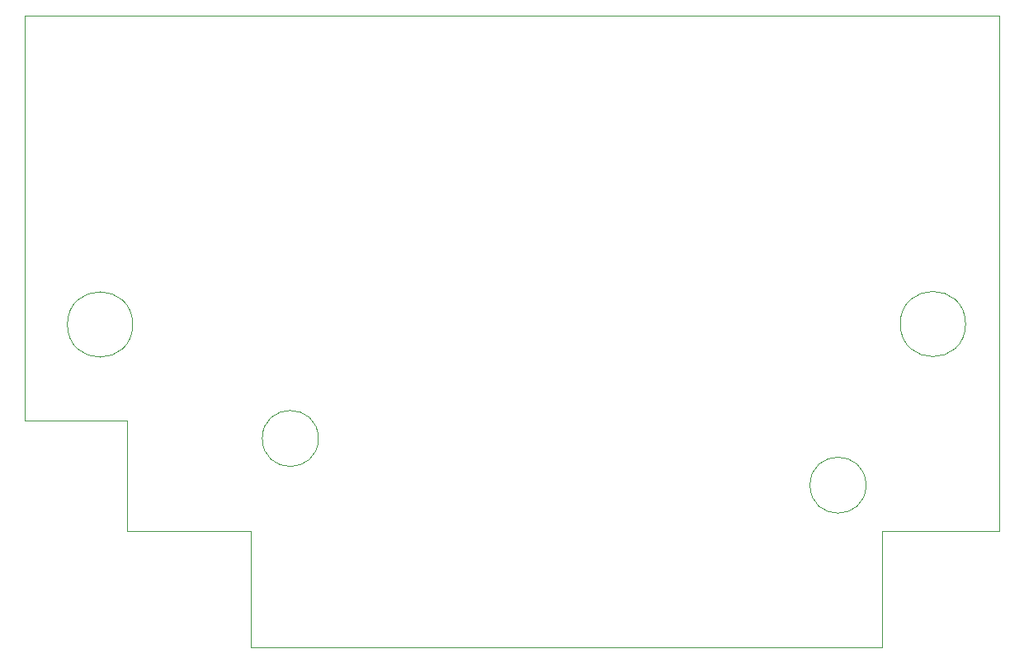
<source format=gbr>
%TF.GenerationSoftware,KiCad,Pcbnew,(6.0.5)*%
%TF.CreationDate,2022-11-15T14:41:10-03:00*%
%TF.ProjectId,obsonet_1,6f62736f-6e65-4745-9f31-2e6b69636164,rev?*%
%TF.SameCoordinates,Original*%
%TF.FileFunction,Profile,NP*%
%FSLAX46Y46*%
G04 Gerber Fmt 4.6, Leading zero omitted, Abs format (unit mm)*
G04 Created by KiCad (PCBNEW (6.0.5)) date 2022-11-15 14:41:10*
%MOMM*%
%LPD*%
G01*
G04 APERTURE LIST*
%TA.AperFunction,Profile*%
%ADD10C,0.050000*%
%TD*%
G04 APERTURE END LIST*
D10*
%TO.C,CON1*%
X185801100Y-124665600D02*
X185801100Y-136575600D01*
X197821100Y-124665600D02*
X185801100Y-124665600D01*
X108321100Y-113314600D02*
X97815500Y-113314600D01*
X185801100Y-136575600D02*
X121031100Y-136575600D01*
X97815500Y-113314600D02*
X97811100Y-71795600D01*
X121031100Y-136575600D02*
X121021100Y-124665600D01*
X197821100Y-71795600D02*
X197821100Y-124665600D01*
X121021100Y-124665600D02*
X108321100Y-124665600D01*
X108321100Y-124665600D02*
X108321100Y-113314600D01*
X97811100Y-71795600D02*
X197821100Y-71795600D01*
X184143816Y-119965600D02*
G75*
G03*
X184143816Y-119965600I-2872716J0D01*
G01*
X194361100Y-103415600D02*
G75*
G03*
X194361100Y-103415600I-3349284J0D01*
G01*
X127945556Y-115165600D02*
G75*
G03*
X127945556Y-115165600I-2874456J0D01*
G01*
X108900384Y-103465600D02*
G75*
G03*
X108900384Y-103465600I-3349284J0D01*
G01*
%TD*%
M02*

</source>
